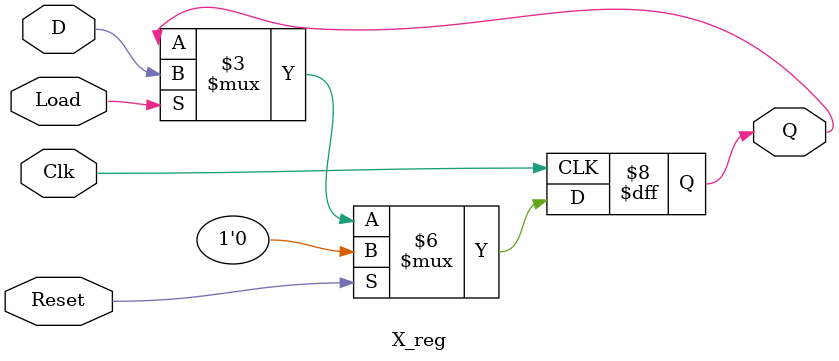
<source format=sv>
module X_reg (
    input logic Clk, Load, Reset, D, 
    output logic Q
);
    always_ff @(posedge Clk) 
    begin
        if (Reset)
            Q <= 1'b0;
        else
            if (Load)
                Q <= D;
            else 
                Q <= Q;
    end
endmodule
</source>
